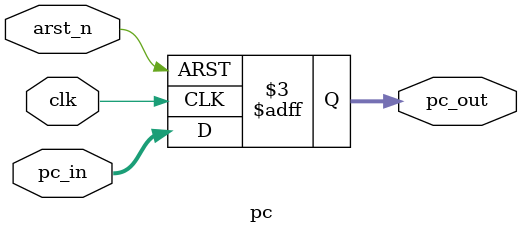
<source format=sv>

module pc # (
    parameter PC_SIZE = 32
)(
    input  logic               clk,
    input  logic               arst_n,
    input  logic [PC_SIZE-1:0] pc_in,
    output logic [PC_SIZE-1:0] pc_out
);

    always_ff@(posedge clk, negedge arst_n)
    begin
        if(~arst_n)
        begin
            pc_out <= 0;
        end
        else
        begin
            pc_out <= pc_in;
        end
    end
    
endmodule

</source>
